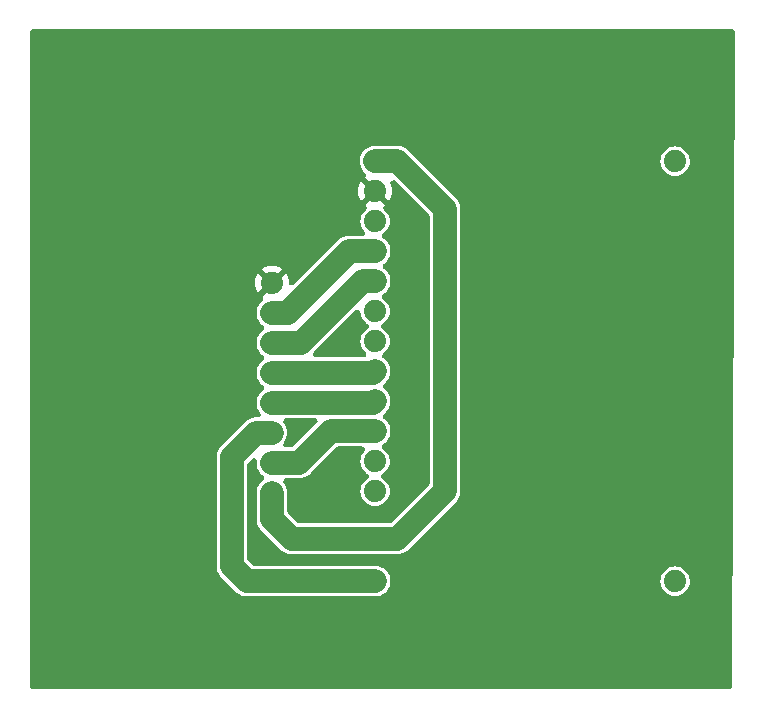
<source format=gbr>
%TF.GenerationSoftware,KiCad,Pcbnew,7.0.1*%
%TF.CreationDate,2024-08-12T22:53:57-03:00*%
%TF.ProjectId,placa_rx,706c6163-615f-4727-982e-6b696361645f,rev?*%
%TF.SameCoordinates,Original*%
%TF.FileFunction,Copper,L1,Top*%
%TF.FilePolarity,Positive*%
%FSLAX46Y46*%
G04 Gerber Fmt 4.6, Leading zero omitted, Abs format (unit mm)*
G04 Created by KiCad (PCBNEW 7.0.1) date 2024-08-12 22:53:57*
%MOMM*%
%LPD*%
G01*
G04 APERTURE LIST*
%TA.AperFunction,ComponentPad*%
%ADD10C,1.879600*%
%TD*%
%TA.AperFunction,Conductor*%
%ADD11C,2.000000*%
%TD*%
G04 APERTURE END LIST*
D10*
%TO.P,LoRaSX1,8,VCC*%
%TO.N,Net-(ESP32-3.3V)*%
X128435260Y-100213290D03*
%TO.P,LoRaSX1,7,MISO*%
%TO.N,Net-(ESP32-MISO)*%
X128435260Y-97673290D03*
%TO.P,LoRaSX1,6,MOSI*%
%TO.N,Net-(ESP32-MOSI)*%
X128435260Y-95133290D03*
%TO.P,LoRaSX1,5,SLK*%
%TO.N,Net-(ESP32-SLCK)*%
X128435260Y-92593290D03*
%TO.P,LoRaSX1,4,NSS*%
%TO.N,Net-(ESP32-NSS)*%
X128435260Y-90053290D03*
%TO.P,LoRaSX1,3,DIO0*%
%TO.N,Net-(LoRaSX1-DIO0)*%
X128435260Y-87513290D03*
%TO.P,LoRaSX1,2,REST*%
%TO.N,Net-(ESP32-DIO0)*%
X128435260Y-84973290D03*
%TO.P,LoRaSX1,1,GND*%
%TO.N,Net-(ESP32-GND)*%
X128435260Y-82433290D03*
%TD*%
%TO.P,ESP32,30*%
%TO.N,unconnected-(ESP32-Pad30)*%
X162560000Y-72136000D03*
%TO.P,ESP32,16*%
%TO.N,unconnected-(ESP32-Pad16)*%
X162560000Y-107696000D03*
%TO.P,ESP32,15,MOSI*%
%TO.N,Net-(ESP32-MOSI)*%
X137160000Y-107696000D03*
%TO.P,ESP32,12*%
%TO.N,unconnected-(ESP32-Pad12)*%
X137160000Y-100076000D03*
%TO.P,ESP32,11*%
%TO.N,unconnected-(ESP32-Pad11)*%
X137160000Y-97536000D03*
%TO.P,ESP32,10,MISO*%
%TO.N,Net-(ESP32-MISO)*%
X137160000Y-94996000D03*
%TO.P,ESP32,9,SLCK*%
%TO.N,Net-(ESP32-SLCK)*%
X137160000Y-92456000D03*
%TO.P,ESP32,8,NSS*%
%TO.N,Net-(ESP32-NSS)*%
X137160000Y-89916000D03*
%TO.P,ESP32,7*%
%TO.N,unconnected-(ESP32-Pad7)*%
X137160000Y-87376000D03*
%TO.P,ESP32,6*%
%TO.N,unconnected-(ESP32-Pad6)*%
X137160000Y-84836000D03*
%TO.P,ESP32,5*%
%TO.N,Net-(LoRaSX1-DIO0)*%
X137160000Y-82296000D03*
%TO.P,ESP32,4,DIO0*%
%TO.N,Net-(ESP32-DIO0)*%
X137160000Y-79756000D03*
%TO.P,ESP32,3*%
%TO.N,unconnected-(ESP32-Pad3)*%
X137160000Y-77216000D03*
%TO.P,ESP32,2,GND*%
%TO.N,Net-(ESP32-GND)*%
X137160000Y-74676000D03*
%TO.P,ESP32,1,3.3V*%
%TO.N,Net-(ESP32-3.3V)*%
X137160000Y-72136000D03*
%TD*%
D11*
%TO.N,Net-(ESP32-NSS)*%
X128435260Y-90053290D02*
X137022710Y-90053290D01*
%TO.N,Net-(ESP32-SLCK)*%
X128435260Y-92593290D02*
X137022710Y-92593290D01*
%TO.N,Net-(ESP32-NSS)*%
X137022710Y-90053290D02*
X137160000Y-89916000D01*
%TO.N,Net-(ESP32-SLCK)*%
X137022710Y-92593290D02*
X137160000Y-92456000D01*
%TO.N,Net-(ESP32-DIO0)*%
X129764337Y-84973290D02*
X134981627Y-79756000D01*
X134981627Y-79756000D02*
X137160000Y-79756000D01*
%TO.N,Net-(LoRaSX1-DIO0)*%
X130926710Y-87513290D02*
X136144000Y-82296000D01*
X136144000Y-82296000D02*
X137160000Y-82296000D01*
X128435260Y-87513290D02*
X130926710Y-87513290D01*
%TO.N,Net-(ESP32-DIO0)*%
X128435260Y-84973290D02*
X129764337Y-84973290D01*
%TO.N,Net-(ESP32-3.3V)*%
X143075650Y-76170362D02*
X139041288Y-72136000D01*
X139041288Y-72136000D02*
X137160000Y-72136000D01*
X128435260Y-102423972D02*
X130121650Y-104110362D01*
X128435260Y-100213290D02*
X128435260Y-102423972D01*
%TO.N,Net-(ESP32-MOSI)*%
X126338212Y-107696000D02*
X137160000Y-107696000D01*
%TO.N,Net-(ESP32-MISO)*%
X133394012Y-94996000D02*
X137160000Y-94996000D01*
X130716722Y-97673290D02*
X133394012Y-94996000D01*
%TO.N,Net-(ESP32-MOSI)*%
X128435260Y-95133290D02*
X127106183Y-95133290D01*
X127106183Y-95133290D02*
X125038574Y-97200899D01*
X125038574Y-97200899D02*
X125038574Y-106396362D01*
X125038574Y-106396362D02*
X126338212Y-107696000D01*
%TO.N,Net-(ESP32-3.3V)*%
X143075650Y-100046362D02*
X143075650Y-76170362D01*
X139011650Y-104110362D02*
X143075650Y-100046362D01*
X130121650Y-104110362D02*
X139011650Y-104110362D01*
%TO.N,Net-(ESP32-MISO)*%
X128435260Y-97673290D02*
X130716722Y-97673290D01*
%TD*%
%TA.AperFunction,Conductor*%
%TO.N,Net-(ESP32-GND)*%
G36*
X167467044Y-60972755D02*
G01*
X167536604Y-61008315D01*
X167591723Y-61063679D01*
X167626973Y-61133397D01*
X167638886Y-61210607D01*
X167392748Y-116591607D01*
X167373477Y-116686554D01*
X167319428Y-116766960D01*
X167238783Y-116820652D01*
X167143750Y-116839500D01*
X108199000Y-116839500D01*
X108103712Y-116820546D01*
X108022930Y-116766570D01*
X107968954Y-116685788D01*
X107950000Y-116590500D01*
X107950000Y-106510142D01*
X123738073Y-106510142D01*
X123746083Y-106555569D01*
X123748918Y-106577101D01*
X123752939Y-106623054D01*
X123764878Y-106667614D01*
X123769577Y-106688812D01*
X123777587Y-106734238D01*
X123793363Y-106777581D01*
X123799894Y-106798295D01*
X123811834Y-106842856D01*
X123831327Y-106884658D01*
X123839639Y-106904726D01*
X123855417Y-106948076D01*
X123878483Y-106988027D01*
X123888510Y-107007288D01*
X123908006Y-107049096D01*
X123934466Y-107086885D01*
X123946132Y-107105198D01*
X123969196Y-107145147D01*
X123998848Y-107180485D01*
X124012070Y-107197716D01*
X124038527Y-107235501D01*
X124199435Y-107396409D01*
X124199438Y-107396411D01*
X125338162Y-108535135D01*
X125338162Y-108535136D01*
X125499074Y-108696049D01*
X125536858Y-108722505D01*
X125554094Y-108735730D01*
X125589426Y-108765377D01*
X125629393Y-108788451D01*
X125647678Y-108800100D01*
X125685478Y-108826568D01*
X125727292Y-108846066D01*
X125746542Y-108856088D01*
X125786492Y-108879154D01*
X125786496Y-108879155D01*
X125786497Y-108879156D01*
X125829851Y-108894935D01*
X125849903Y-108903241D01*
X125891716Y-108922739D01*
X125936284Y-108934680D01*
X125956972Y-108941202D01*
X126000333Y-108956985D01*
X126045781Y-108964998D01*
X126066948Y-108969691D01*
X126111520Y-108981635D01*
X126157476Y-108985655D01*
X126178990Y-108988487D01*
X126224433Y-108996501D01*
X126451991Y-108996501D01*
X126472593Y-108996501D01*
X126472605Y-108996500D01*
X137216790Y-108996500D01*
X137386686Y-108981636D01*
X137386688Y-108981635D01*
X137386692Y-108981635D01*
X137606496Y-108922739D01*
X137812734Y-108826568D01*
X137999139Y-108696047D01*
X138160047Y-108535139D01*
X138290568Y-108348734D01*
X138386739Y-108142496D01*
X138445635Y-107922692D01*
X138465468Y-107696000D01*
X138465468Y-107695999D01*
X161314962Y-107695999D01*
X161333877Y-107912203D01*
X161390046Y-108121826D01*
X161481765Y-108318521D01*
X161606242Y-108496290D01*
X161606246Y-108496295D01*
X161759705Y-108649754D01*
X161759708Y-108649756D01*
X161759709Y-108649757D01*
X161937478Y-108774234D01*
X161992968Y-108800109D01*
X162134172Y-108865953D01*
X162226601Y-108890719D01*
X162343796Y-108922122D01*
X162343797Y-108922122D01*
X162343801Y-108922123D01*
X162560000Y-108941038D01*
X162776199Y-108922123D01*
X162985828Y-108865953D01*
X163182519Y-108774235D01*
X163182519Y-108774234D01*
X163182521Y-108774234D01*
X163294182Y-108696047D01*
X163360295Y-108649754D01*
X163513754Y-108496295D01*
X163638235Y-108318519D01*
X163729953Y-108121828D01*
X163786123Y-107912199D01*
X163805038Y-107696000D01*
X163786123Y-107479801D01*
X163783311Y-107469308D01*
X163729953Y-107270173D01*
X163713785Y-107235501D01*
X163648634Y-107095781D01*
X163638234Y-107073478D01*
X163513757Y-106895709D01*
X163513756Y-106895708D01*
X163513754Y-106895705D01*
X163360295Y-106742246D01*
X163360291Y-106742243D01*
X163360290Y-106742242D01*
X163182521Y-106617765D01*
X162985826Y-106526046D01*
X162776203Y-106469877D01*
X162560000Y-106450962D01*
X162343796Y-106469877D01*
X162134173Y-106526046D01*
X161937478Y-106617765D01*
X161759709Y-106742242D01*
X161606242Y-106895709D01*
X161481765Y-107073478D01*
X161390046Y-107270173D01*
X161333877Y-107479796D01*
X161314962Y-107695999D01*
X138465468Y-107695999D01*
X138445636Y-107469313D01*
X138426102Y-107396411D01*
X138386739Y-107249504D01*
X138290568Y-107043266D01*
X138160047Y-106856861D01*
X137999139Y-106695953D01*
X137812734Y-106565432D01*
X137812730Y-106565430D01*
X137812727Y-106565428D01*
X137606500Y-106469263D01*
X137606496Y-106469261D01*
X137451990Y-106427861D01*
X137386686Y-106410363D01*
X137216790Y-106395500D01*
X137216784Y-106395500D01*
X126980037Y-106395500D01*
X126884749Y-106376546D01*
X126803967Y-106322570D01*
X126412004Y-105930607D01*
X126358028Y-105849825D01*
X126339074Y-105754537D01*
X126339074Y-97842724D01*
X126358028Y-97747436D01*
X126412004Y-97666655D01*
X126715499Y-97363159D01*
X126786337Y-97313558D01*
X126869866Y-97291176D01*
X126956014Y-97298712D01*
X127034389Y-97335258D01*
X127095537Y-97396406D01*
X127132084Y-97474781D01*
X127139622Y-97560928D01*
X127129792Y-97673290D01*
X127149623Y-97899976D01*
X127167121Y-97965280D01*
X127208521Y-98119786D01*
X127208523Y-98119790D01*
X127304688Y-98326017D01*
X127304690Y-98326020D01*
X127304692Y-98326024D01*
X127435213Y-98512429D01*
X127596121Y-98673337D01*
X127596124Y-98673339D01*
X127690356Y-98739321D01*
X127756365Y-98807675D01*
X127791961Y-98895778D01*
X127791961Y-98990802D01*
X127756365Y-99078905D01*
X127690356Y-99147259D01*
X127596124Y-99213240D01*
X127435213Y-99374151D01*
X127304688Y-99560562D01*
X127208523Y-99766789D01*
X127208521Y-99766794D01*
X127183601Y-99859796D01*
X127149623Y-99986603D01*
X127134760Y-100156500D01*
X127134760Y-102289579D01*
X127134759Y-102289591D01*
X127134759Y-102537752D01*
X127142769Y-102583179D01*
X127145604Y-102604711D01*
X127149625Y-102650664D01*
X127161564Y-102695224D01*
X127166263Y-102716422D01*
X127174273Y-102761848D01*
X127190049Y-102805191D01*
X127196580Y-102825905D01*
X127208520Y-102870466D01*
X127228013Y-102912268D01*
X127236325Y-102932336D01*
X127252103Y-102975686D01*
X127275169Y-103015637D01*
X127285196Y-103034898D01*
X127304692Y-103076706D01*
X127331152Y-103114495D01*
X127342818Y-103132808D01*
X127365882Y-103172757D01*
X127395534Y-103208095D01*
X127408756Y-103225326D01*
X127435213Y-103263111D01*
X127596121Y-103424019D01*
X127596124Y-103424021D01*
X129121600Y-104949497D01*
X129121600Y-104949498D01*
X129282512Y-105110411D01*
X129320296Y-105136867D01*
X129337532Y-105150092D01*
X129372864Y-105179739D01*
X129412831Y-105202813D01*
X129431116Y-105214462D01*
X129468916Y-105240930D01*
X129510730Y-105260428D01*
X129529980Y-105270450D01*
X129569930Y-105293516D01*
X129569934Y-105293517D01*
X129569935Y-105293518D01*
X129613289Y-105309297D01*
X129633341Y-105317603D01*
X129675154Y-105337101D01*
X129719722Y-105349042D01*
X129740410Y-105355564D01*
X129783771Y-105371347D01*
X129829219Y-105379360D01*
X129850386Y-105384053D01*
X129894958Y-105395997D01*
X129940914Y-105400017D01*
X129962428Y-105402849D01*
X130007871Y-105410863D01*
X130235429Y-105410863D01*
X130256031Y-105410863D01*
X130256043Y-105410862D01*
X138877257Y-105410862D01*
X138877269Y-105410863D01*
X138897871Y-105410863D01*
X139125426Y-105410863D01*
X139125429Y-105410863D01*
X139170871Y-105402849D01*
X139192386Y-105400017D01*
X139238342Y-105395997D01*
X139282906Y-105384055D01*
X139304088Y-105379359D01*
X139349530Y-105371347D01*
X139392882Y-105355567D01*
X139413583Y-105349041D01*
X139432700Y-105343918D01*
X139458146Y-105337101D01*
X139499946Y-105317607D01*
X139520023Y-105309292D01*
X139563365Y-105293518D01*
X139603333Y-105270441D01*
X139622576Y-105260424D01*
X139664384Y-105240930D01*
X139702179Y-105214464D01*
X139720462Y-105202816D01*
X139760436Y-105179739D01*
X139795779Y-105150081D01*
X139812985Y-105136877D01*
X139850789Y-105110409D01*
X140011697Y-104949501D01*
X140011699Y-104949497D01*
X143914785Y-101046411D01*
X143914789Y-101046409D01*
X144075697Y-100885501D01*
X144102165Y-100847697D01*
X144115369Y-100830491D01*
X144145027Y-100795148D01*
X144168104Y-100755174D01*
X144179752Y-100736891D01*
X144206218Y-100699096D01*
X144225712Y-100657288D01*
X144235729Y-100638045D01*
X144258806Y-100598077D01*
X144274580Y-100554732D01*
X144282897Y-100534656D01*
X144302389Y-100492857D01*
X144314329Y-100448295D01*
X144320855Y-100427594D01*
X144336635Y-100384242D01*
X144344647Y-100338800D01*
X144349343Y-100317618D01*
X144361285Y-100273054D01*
X144365305Y-100227098D01*
X144368137Y-100205583D01*
X144376151Y-100160141D01*
X144376151Y-99932583D01*
X144376151Y-99911981D01*
X144376150Y-99911969D01*
X144376150Y-76304755D01*
X144376151Y-76304743D01*
X144376151Y-76056586D01*
X144376151Y-76056583D01*
X144368137Y-76011140D01*
X144365305Y-75989626D01*
X144361285Y-75943670D01*
X144349344Y-75899110D01*
X144344643Y-75877900D01*
X144340907Y-75856711D01*
X144336635Y-75832482D01*
X144320856Y-75789133D01*
X144314327Y-75768421D01*
X144302389Y-75723866D01*
X144282888Y-75682047D01*
X144274578Y-75661985D01*
X144258805Y-75618646D01*
X144235742Y-75578701D01*
X144225709Y-75559428D01*
X144206218Y-75517628D01*
X144179754Y-75479833D01*
X144168093Y-75461530D01*
X144145026Y-75421576D01*
X144145025Y-75421575D01*
X144145023Y-75421571D01*
X144115385Y-75386251D01*
X144102158Y-75369014D01*
X144075696Y-75331221D01*
X143900229Y-75155754D01*
X143900210Y-75155738D01*
X140880473Y-72136000D01*
X161314962Y-72136000D01*
X161333877Y-72352203D01*
X161390046Y-72561826D01*
X161481765Y-72758521D01*
X161606242Y-72936290D01*
X161606246Y-72936295D01*
X161759705Y-73089754D01*
X161759708Y-73089756D01*
X161759709Y-73089757D01*
X161937478Y-73214234D01*
X162028165Y-73256521D01*
X162134172Y-73305953D01*
X162226601Y-73330719D01*
X162343796Y-73362122D01*
X162343797Y-73362122D01*
X162343801Y-73362123D01*
X162560000Y-73381038D01*
X162776199Y-73362123D01*
X162985828Y-73305953D01*
X163182519Y-73214235D01*
X163182519Y-73214234D01*
X163182521Y-73214234D01*
X163294182Y-73136047D01*
X163360295Y-73089754D01*
X163513754Y-72936295D01*
X163638235Y-72758519D01*
X163729953Y-72561828D01*
X163786123Y-72352199D01*
X163805038Y-72136000D01*
X163786123Y-71919801D01*
X163783311Y-71909308D01*
X163729953Y-71710173D01*
X163638234Y-71513478D01*
X163513757Y-71335709D01*
X163513756Y-71335708D01*
X163513754Y-71335705D01*
X163360295Y-71182246D01*
X163360291Y-71182243D01*
X163360290Y-71182242D01*
X163182521Y-71057765D01*
X162985826Y-70966046D01*
X162776203Y-70909877D01*
X162560000Y-70890962D01*
X162343796Y-70909877D01*
X162134173Y-70966046D01*
X161937478Y-71057765D01*
X161759709Y-71182242D01*
X161606242Y-71335709D01*
X161481765Y-71513478D01*
X161390046Y-71710173D01*
X161333877Y-71919796D01*
X161314962Y-72136000D01*
X140880473Y-72136000D01*
X140041337Y-71296864D01*
X140041335Y-71296861D01*
X139880427Y-71135953D01*
X139842642Y-71109496D01*
X139825411Y-71096274D01*
X139790073Y-71066622D01*
X139750124Y-71043558D01*
X139731811Y-71031892D01*
X139694022Y-71005432D01*
X139652214Y-70985936D01*
X139632953Y-70975909D01*
X139593002Y-70952843D01*
X139549652Y-70937065D01*
X139529584Y-70928753D01*
X139487782Y-70909260D01*
X139443221Y-70897320D01*
X139422507Y-70890789D01*
X139379164Y-70875013D01*
X139333738Y-70867003D01*
X139312540Y-70862304D01*
X139267980Y-70850365D01*
X139222027Y-70846344D01*
X139200499Y-70843509D01*
X139176557Y-70839288D01*
X139155068Y-70835499D01*
X139155067Y-70835499D01*
X138927509Y-70835499D01*
X138906907Y-70835499D01*
X138906895Y-70835500D01*
X137103210Y-70835500D01*
X136933313Y-70850363D01*
X136841320Y-70875013D01*
X136713504Y-70909261D01*
X136713500Y-70909262D01*
X136713499Y-70909263D01*
X136507272Y-71005428D01*
X136507266Y-71005431D01*
X136507266Y-71005432D01*
X136377529Y-71096274D01*
X136320861Y-71135953D01*
X136159953Y-71296861D01*
X136029428Y-71483272D01*
X135933263Y-71689499D01*
X135933261Y-71689504D01*
X135927723Y-71710173D01*
X135874363Y-71909313D01*
X135854531Y-72135999D01*
X135874363Y-72362686D01*
X135874365Y-72362692D01*
X135933261Y-72582496D01*
X135933263Y-72582500D01*
X136029428Y-72788727D01*
X136029430Y-72788730D01*
X136029432Y-72788734D01*
X136159953Y-72975139D01*
X136320861Y-73136047D01*
X136320864Y-73136049D01*
X136328734Y-73143919D01*
X136377260Y-73212482D01*
X136400227Y-73293278D01*
X136395023Y-73377115D01*
X136362238Y-73454450D01*
X136333415Y-73486020D01*
X136332840Y-73495287D01*
X137160000Y-74322448D01*
X137160000Y-74322447D01*
X138339942Y-75502388D01*
X138430605Y-75363619D01*
X138526455Y-75145104D01*
X138585030Y-74913796D01*
X138604734Y-74675999D01*
X138585030Y-74438203D01*
X138526453Y-74206890D01*
X138474608Y-74088694D01*
X138454197Y-74005385D01*
X138463265Y-73920093D01*
X138500737Y-73842939D01*
X138562166Y-73783077D01*
X138640263Y-73747610D01*
X138725760Y-73740748D01*
X138808514Y-73763304D01*
X138878705Y-73812602D01*
X141702220Y-76636116D01*
X141741790Y-76687686D01*
X141766666Y-76747740D01*
X141775150Y-76812186D01*
X141775150Y-99404537D01*
X141756196Y-99499825D01*
X141702220Y-99580607D01*
X138545895Y-102736932D01*
X138465113Y-102790908D01*
X138369825Y-102809862D01*
X130763475Y-102809862D01*
X130668187Y-102790908D01*
X130587405Y-102736932D01*
X129808690Y-101958217D01*
X129754714Y-101877435D01*
X129735760Y-101782147D01*
X129735760Y-100156500D01*
X129720896Y-99986603D01*
X129720895Y-99986598D01*
X129661999Y-99766794D01*
X129565828Y-99560556D01*
X129435307Y-99374151D01*
X129429326Y-99365609D01*
X129391868Y-99283730D01*
X129385980Y-99193882D01*
X129412431Y-99107814D01*
X129467762Y-99036780D01*
X129544739Y-98990070D01*
X129633296Y-98973790D01*
X130582329Y-98973790D01*
X130582341Y-98973791D01*
X130602943Y-98973791D01*
X130830498Y-98973791D01*
X130830501Y-98973791D01*
X130875943Y-98965777D01*
X130897458Y-98962945D01*
X130943414Y-98958925D01*
X130987978Y-98946983D01*
X131009160Y-98942287D01*
X131054602Y-98934275D01*
X131097954Y-98918495D01*
X131118655Y-98911969D01*
X131140757Y-98906047D01*
X131163218Y-98900029D01*
X131205018Y-98880535D01*
X131225095Y-98872220D01*
X131268437Y-98856446D01*
X131308405Y-98833369D01*
X131327648Y-98823352D01*
X131369456Y-98803858D01*
X131407251Y-98777392D01*
X131425534Y-98765744D01*
X131465508Y-98742667D01*
X131500851Y-98713009D01*
X131518057Y-98699805D01*
X131555861Y-98673337D01*
X131716769Y-98512429D01*
X131716771Y-98512425D01*
X133859766Y-96369430D01*
X133940549Y-96315454D01*
X134035837Y-96296500D01*
X136044312Y-96296500D01*
X136139600Y-96315454D01*
X136220382Y-96369430D01*
X136274358Y-96450212D01*
X136293312Y-96545500D01*
X136274358Y-96640788D01*
X136220384Y-96721566D01*
X136206246Y-96735705D01*
X136206242Y-96735709D01*
X136081765Y-96913478D01*
X135990046Y-97110173D01*
X135933877Y-97319796D01*
X135914962Y-97535999D01*
X135933877Y-97752203D01*
X135990046Y-97961826D01*
X136081765Y-98158521D01*
X136199049Y-98326017D01*
X136206246Y-98336295D01*
X136359705Y-98489754D01*
X136392087Y-98512428D01*
X136520053Y-98602032D01*
X136586060Y-98670386D01*
X136621656Y-98758489D01*
X136621656Y-98853511D01*
X136586060Y-98941614D01*
X136520053Y-99009968D01*
X136359707Y-99122244D01*
X136206242Y-99275709D01*
X136081765Y-99453478D01*
X135990046Y-99650173D01*
X135933877Y-99859796D01*
X135914962Y-100076000D01*
X135933877Y-100292203D01*
X135990046Y-100501826D01*
X136081765Y-100698521D01*
X136206242Y-100876290D01*
X136206246Y-100876295D01*
X136359705Y-101029754D01*
X136359708Y-101029756D01*
X136359709Y-101029757D01*
X136537478Y-101154234D01*
X136628165Y-101196521D01*
X136734172Y-101245953D01*
X136826601Y-101270719D01*
X136943796Y-101302122D01*
X136943797Y-101302122D01*
X136943801Y-101302123D01*
X137160000Y-101321038D01*
X137376199Y-101302123D01*
X137585828Y-101245953D01*
X137782519Y-101154235D01*
X137782519Y-101154234D01*
X137782521Y-101154234D01*
X137861482Y-101098943D01*
X137960295Y-101029754D01*
X138113754Y-100876295D01*
X138238235Y-100698519D01*
X138329953Y-100501828D01*
X138386123Y-100292199D01*
X138405038Y-100076000D01*
X138386123Y-99859801D01*
X138361200Y-99766789D01*
X138329953Y-99650173D01*
X138238234Y-99453478D01*
X138113757Y-99275709D01*
X138113756Y-99275708D01*
X138113754Y-99275705D01*
X137960295Y-99122246D01*
X137799947Y-99009968D01*
X137799946Y-99009967D01*
X137733938Y-98941613D01*
X137698343Y-98853509D01*
X137698343Y-98758487D01*
X137733939Y-98670384D01*
X137799945Y-98602033D01*
X137960295Y-98489754D01*
X138113754Y-98336295D01*
X138238235Y-98158519D01*
X138329953Y-97961828D01*
X138386123Y-97752199D01*
X138405038Y-97536000D01*
X138386123Y-97319801D01*
X138384750Y-97314678D01*
X138329953Y-97110173D01*
X138319203Y-97087120D01*
X138266551Y-96974205D01*
X138238234Y-96913478D01*
X138113757Y-96735709D01*
X138113756Y-96735708D01*
X138113754Y-96735705D01*
X137960295Y-96582246D01*
X137960291Y-96582243D01*
X137960290Y-96582242D01*
X137852424Y-96506713D01*
X137786415Y-96438359D01*
X137750820Y-96350255D01*
X137750820Y-96255232D01*
X137786417Y-96167129D01*
X137852424Y-96098776D01*
X137999139Y-95996047D01*
X138160047Y-95835139D01*
X138290568Y-95648734D01*
X138386739Y-95442496D01*
X138445635Y-95222692D01*
X138465468Y-94996000D01*
X138457647Y-94906603D01*
X138445636Y-94769313D01*
X138445635Y-94769308D01*
X138386739Y-94549504D01*
X138290568Y-94343266D01*
X138160047Y-94156861D01*
X137999139Y-93995953D01*
X137924665Y-93943806D01*
X137863518Y-93882659D01*
X137826971Y-93804284D01*
X137819434Y-93718136D01*
X137841816Y-93634606D01*
X137891414Y-93563771D01*
X138022757Y-93432429D01*
X138022758Y-93432427D01*
X138051318Y-93403867D01*
X138051327Y-93403856D01*
X138119744Y-93335440D01*
X138194775Y-93246022D01*
X138229375Y-93204788D01*
X138324637Y-93039790D01*
X138343156Y-93007715D01*
X138420985Y-92793880D01*
X138460501Y-92569779D01*
X138460501Y-92342221D01*
X138420985Y-92118121D01*
X138343156Y-91904285D01*
X138229376Y-91707214D01*
X138229375Y-91707212D01*
X138083107Y-91532897D01*
X137910202Y-91387812D01*
X137856822Y-91325311D01*
X137826698Y-91248836D01*
X137823113Y-91166721D01*
X137846458Y-91087912D01*
X137894185Y-91021000D01*
X138022757Y-90892429D01*
X138022758Y-90892427D01*
X138051318Y-90863867D01*
X138051327Y-90863856D01*
X138119744Y-90795440D01*
X138194779Y-90706017D01*
X138229375Y-90664788D01*
X138324637Y-90499790D01*
X138343156Y-90467715D01*
X138420985Y-90253880D01*
X138460501Y-90029779D01*
X138460501Y-89802221D01*
X138420985Y-89578121D01*
X138343156Y-89364285D01*
X138229376Y-89167214D01*
X138229375Y-89167212D01*
X138133740Y-89053240D01*
X138083105Y-88992895D01*
X137908786Y-88846624D01*
X137870926Y-88824765D01*
X137807030Y-88771937D01*
X137764020Y-88701057D01*
X137746665Y-88619986D01*
X137756889Y-88537711D01*
X137793558Y-88463354D01*
X137852605Y-88405159D01*
X137960295Y-88329754D01*
X138113754Y-88176295D01*
X138238235Y-87998519D01*
X138329953Y-87801828D01*
X138386123Y-87592199D01*
X138405038Y-87376000D01*
X138386123Y-87159801D01*
X138361200Y-87066789D01*
X138329953Y-86950173D01*
X138238234Y-86753478D01*
X138113757Y-86575709D01*
X138113756Y-86575708D01*
X138113754Y-86575705D01*
X137960295Y-86422246D01*
X137960291Y-86422243D01*
X137960290Y-86422242D01*
X137799947Y-86309968D01*
X137733939Y-86241615D01*
X137698343Y-86153511D01*
X137698343Y-86058489D01*
X137733939Y-85970385D01*
X137799947Y-85902032D01*
X137860700Y-85859491D01*
X137960295Y-85789754D01*
X138113754Y-85636295D01*
X138238235Y-85458519D01*
X138329953Y-85261828D01*
X138386123Y-85052199D01*
X138405038Y-84836000D01*
X138386123Y-84619801D01*
X138361200Y-84526789D01*
X138329953Y-84410173D01*
X138238234Y-84213478D01*
X138113757Y-84035709D01*
X138113756Y-84035708D01*
X138113754Y-84035705D01*
X137960295Y-83882246D01*
X137960291Y-83882243D01*
X137960290Y-83882242D01*
X137852424Y-83806713D01*
X137786415Y-83738359D01*
X137750820Y-83650255D01*
X137750820Y-83555232D01*
X137786417Y-83467129D01*
X137852424Y-83398776D01*
X137999139Y-83296047D01*
X138160047Y-83135139D01*
X138290568Y-82948734D01*
X138386739Y-82742496D01*
X138445635Y-82522692D01*
X138465468Y-82296000D01*
X138456675Y-82195493D01*
X138445636Y-82069313D01*
X138445635Y-82069308D01*
X138386739Y-81849504D01*
X138290568Y-81643266D01*
X138160047Y-81456861D01*
X137999139Y-81295953D01*
X137904902Y-81229968D01*
X137838894Y-81161616D01*
X137803298Y-81073512D01*
X137803298Y-80978488D01*
X137838894Y-80890384D01*
X137904902Y-80822031D01*
X137999139Y-80756047D01*
X138160047Y-80595139D01*
X138290568Y-80408734D01*
X138386739Y-80202496D01*
X138445635Y-79982692D01*
X138465468Y-79756000D01*
X138465467Y-79755999D01*
X138445636Y-79529313D01*
X138445635Y-79529308D01*
X138386739Y-79309504D01*
X138290568Y-79103266D01*
X138160047Y-78916861D01*
X137999139Y-78755953D01*
X137961343Y-78729488D01*
X137852425Y-78653223D01*
X137786416Y-78584869D01*
X137750820Y-78496766D01*
X137750820Y-78401743D01*
X137786416Y-78313639D01*
X137852422Y-78245287D01*
X137960295Y-78169754D01*
X138113754Y-78016295D01*
X138238235Y-77838519D01*
X138329953Y-77641828D01*
X138386123Y-77432199D01*
X138405038Y-77216000D01*
X138386123Y-76999801D01*
X138329953Y-76790172D01*
X138238235Y-76593481D01*
X138238234Y-76593478D01*
X138113757Y-76415709D01*
X138113756Y-76415708D01*
X138113754Y-76415705D01*
X137960295Y-76262246D01*
X137960291Y-76262243D01*
X137944891Y-76246843D01*
X137947654Y-76244079D01*
X137911690Y-76207201D01*
X137875735Y-76121928D01*
X137873404Y-76029414D01*
X137905019Y-75942438D01*
X137966213Y-75873015D01*
X137987158Y-75856712D01*
X137159999Y-75029553D01*
X136332839Y-75856711D01*
X136332840Y-75856712D01*
X136353786Y-75873016D01*
X136414976Y-75942433D01*
X136446591Y-76029400D01*
X136444267Y-76121907D01*
X136408324Y-76207177D01*
X136372345Y-76244079D01*
X136375109Y-76246843D01*
X136359708Y-76262243D01*
X136359705Y-76262246D01*
X136206246Y-76415705D01*
X136206242Y-76415709D01*
X136081765Y-76593478D01*
X135990046Y-76790173D01*
X135933877Y-76999796D01*
X135914962Y-77216000D01*
X135933877Y-77432203D01*
X135990046Y-77641826D01*
X136081765Y-77838521D01*
X136206242Y-78016290D01*
X136206246Y-78016295D01*
X136220384Y-78030433D01*
X136274358Y-78111212D01*
X136293312Y-78206500D01*
X136274358Y-78301788D01*
X136220382Y-78382570D01*
X136139600Y-78436546D01*
X136044312Y-78455500D01*
X135116020Y-78455500D01*
X135116008Y-78455499D01*
X135095406Y-78455499D01*
X134867848Y-78455499D01*
X134867847Y-78455499D01*
X134822403Y-78463511D01*
X134800878Y-78466344D01*
X134786873Y-78467570D01*
X134754933Y-78470365D01*
X134710377Y-78482303D01*
X134689182Y-78487002D01*
X134643750Y-78495014D01*
X134600402Y-78510791D01*
X134579690Y-78517321D01*
X134535128Y-78529261D01*
X134493314Y-78548759D01*
X134473253Y-78557069D01*
X134429909Y-78572845D01*
X134389959Y-78595910D01*
X134370699Y-78605936D01*
X134328893Y-78625431D01*
X134291101Y-78651893D01*
X134272787Y-78663560D01*
X134232841Y-78686623D01*
X134197511Y-78716268D01*
X134180283Y-78729488D01*
X134142489Y-78755951D01*
X133981577Y-78916864D01*
X130304629Y-82593811D01*
X130227008Y-82646452D01*
X130135419Y-82666646D01*
X130042858Y-82651528D01*
X129962455Y-82603242D01*
X129905618Y-82528638D01*
X129880409Y-82438302D01*
X129860290Y-82195493D01*
X129801715Y-81964185D01*
X129705864Y-81745668D01*
X129615202Y-81606900D01*
X128435260Y-82786843D01*
X127608099Y-83614001D01*
X127608675Y-83623265D01*
X127637500Y-83654840D01*
X127670284Y-83732175D01*
X127675488Y-83816011D01*
X127652521Y-83896806D01*
X127603995Y-83965368D01*
X127435216Y-84134147D01*
X127435213Y-84134150D01*
X127435213Y-84134151D01*
X127417180Y-84159906D01*
X127304688Y-84320562D01*
X127208523Y-84526789D01*
X127208521Y-84526794D01*
X127183601Y-84619796D01*
X127149623Y-84746603D01*
X127129791Y-84973290D01*
X127149623Y-85199976D01*
X127167121Y-85265280D01*
X127208521Y-85419786D01*
X127208523Y-85419790D01*
X127304688Y-85626017D01*
X127304690Y-85626020D01*
X127304692Y-85626024D01*
X127435213Y-85812429D01*
X127596121Y-85973337D01*
X127596124Y-85973339D01*
X127690356Y-86039321D01*
X127756365Y-86107675D01*
X127791961Y-86195778D01*
X127791961Y-86290802D01*
X127756365Y-86378905D01*
X127690356Y-86447259D01*
X127596124Y-86513240D01*
X127435213Y-86674151D01*
X127304688Y-86860562D01*
X127208523Y-87066789D01*
X127208521Y-87066794D01*
X127183601Y-87159796D01*
X127149623Y-87286603D01*
X127129791Y-87513290D01*
X127149623Y-87739976D01*
X127167121Y-87805280D01*
X127208521Y-87959786D01*
X127208523Y-87959790D01*
X127304688Y-88166017D01*
X127304690Y-88166020D01*
X127304692Y-88166024D01*
X127435213Y-88352429D01*
X127596121Y-88513337D01*
X127596124Y-88513339D01*
X127690356Y-88579321D01*
X127756365Y-88647675D01*
X127791961Y-88735778D01*
X127791961Y-88830802D01*
X127756365Y-88918905D01*
X127690356Y-88987259D01*
X127596124Y-89053240D01*
X127435213Y-89214151D01*
X127304688Y-89400562D01*
X127208523Y-89606789D01*
X127208521Y-89606794D01*
X127179072Y-89716696D01*
X127149623Y-89826603D01*
X127129791Y-90053289D01*
X127149623Y-90279976D01*
X127149625Y-90279982D01*
X127208521Y-90499786D01*
X127208523Y-90499790D01*
X127304688Y-90706017D01*
X127304690Y-90706020D01*
X127304692Y-90706024D01*
X127435213Y-90892429D01*
X127596121Y-91053337D01*
X127596124Y-91053339D01*
X127690356Y-91119321D01*
X127756365Y-91187675D01*
X127791961Y-91275778D01*
X127791961Y-91370802D01*
X127756365Y-91458905D01*
X127690356Y-91527259D01*
X127596124Y-91593240D01*
X127435213Y-91754151D01*
X127304688Y-91940562D01*
X127208523Y-92146789D01*
X127208521Y-92146794D01*
X127179073Y-92256695D01*
X127149623Y-92366603D01*
X127129791Y-92593289D01*
X127149623Y-92819976D01*
X127149625Y-92819982D01*
X127208521Y-93039786D01*
X127208523Y-93039790D01*
X127304690Y-93246022D01*
X127441193Y-93440969D01*
X127478652Y-93522849D01*
X127484540Y-93612697D01*
X127458089Y-93698765D01*
X127402758Y-93769798D01*
X127325781Y-93816509D01*
X127237224Y-93832789D01*
X126992403Y-93832789D01*
X126946959Y-93840801D01*
X126925434Y-93843634D01*
X126911429Y-93844860D01*
X126879489Y-93847655D01*
X126834926Y-93859595D01*
X126813729Y-93864294D01*
X126768306Y-93872304D01*
X126724954Y-93888082D01*
X126704250Y-93894609D01*
X126672404Y-93903143D01*
X126659683Y-93906552D01*
X126617874Y-93926047D01*
X126597817Y-93934355D01*
X126554467Y-93950133D01*
X126514506Y-93973205D01*
X126495251Y-93983228D01*
X126472778Y-93993708D01*
X126453446Y-94002723D01*
X126415661Y-94029180D01*
X126397347Y-94040847D01*
X126357394Y-94063914D01*
X126322054Y-94093567D01*
X126304828Y-94106786D01*
X126267042Y-94133244D01*
X126106135Y-94294151D01*
X126106136Y-94294151D01*
X126106133Y-94294154D01*
X124199438Y-96200849D01*
X124199435Y-96200852D01*
X124199435Y-96200851D01*
X124038528Y-96361758D01*
X124012070Y-96399544D01*
X123998851Y-96416770D01*
X123969198Y-96452110D01*
X123946131Y-96492063D01*
X123934464Y-96510377D01*
X123908007Y-96548162D01*
X123908006Y-96548165D01*
X123892114Y-96582246D01*
X123888517Y-96589959D01*
X123878489Y-96609222D01*
X123855419Y-96649181D01*
X123839643Y-96692525D01*
X123831333Y-96712586D01*
X123811835Y-96754400D01*
X123799895Y-96798962D01*
X123793365Y-96819674D01*
X123777588Y-96863022D01*
X123769576Y-96908454D01*
X123764877Y-96929649D01*
X123752939Y-96974205D01*
X123748919Y-97020149D01*
X123746085Y-97041675D01*
X123738073Y-97087119D01*
X123738073Y-97335280D01*
X123738074Y-97335292D01*
X123738074Y-106261969D01*
X123738073Y-106261981D01*
X123738073Y-106510142D01*
X107950000Y-106510142D01*
X107950000Y-82433289D01*
X126990525Y-82433289D01*
X127010229Y-82671086D01*
X127068805Y-82902397D01*
X127164652Y-83120907D01*
X127255316Y-83259678D01*
X127255317Y-83259679D01*
X128081706Y-82433290D01*
X127255316Y-81606900D01*
X127164651Y-81745674D01*
X127068805Y-81964182D01*
X127010229Y-82195493D01*
X126990525Y-82433289D01*
X107950000Y-82433289D01*
X107950000Y-81252576D01*
X127608100Y-81252576D01*
X128435260Y-82079736D01*
X129262418Y-81252577D01*
X129262418Y-81252576D01*
X129225456Y-81223807D01*
X129015605Y-81110241D01*
X128789918Y-81032763D01*
X128554565Y-80993490D01*
X128315955Y-80993490D01*
X128080601Y-81032763D01*
X127854914Y-81110241D01*
X127645060Y-81223808D01*
X127608100Y-81252575D01*
X127608100Y-81252576D01*
X107950000Y-81252576D01*
X107950000Y-74675999D01*
X135715265Y-74675999D01*
X135734969Y-74913796D01*
X135793545Y-75145107D01*
X135889392Y-75363617D01*
X135980056Y-75502388D01*
X135980057Y-75502389D01*
X136806446Y-74676000D01*
X135980056Y-73849610D01*
X135889391Y-73988384D01*
X135793545Y-74206892D01*
X135734969Y-74438203D01*
X135715265Y-74675999D01*
X107950000Y-74675999D01*
X107950000Y-61209500D01*
X107968954Y-61114212D01*
X108022930Y-61033430D01*
X108103712Y-60979454D01*
X108199000Y-60960500D01*
X167389888Y-60960500D01*
X167467044Y-60972755D01*
G37*
%TD.AperFunction*%
%TD*%
%TA.AperFunction,NonConductor*%
G36*
X135760657Y-84721845D02*
G01*
X135841028Y-84769819D01*
X135898008Y-84844078D01*
X135923546Y-84934127D01*
X135933876Y-85052197D01*
X135990046Y-85261826D01*
X136081765Y-85458521D01*
X136199049Y-85626017D01*
X136206246Y-85636295D01*
X136359705Y-85789754D01*
X136392087Y-85812428D01*
X136520053Y-85902032D01*
X136586060Y-85970386D01*
X136621656Y-86058489D01*
X136621656Y-86153511D01*
X136586060Y-86241614D01*
X136520053Y-86309968D01*
X136359707Y-86422244D01*
X136206242Y-86575709D01*
X136081765Y-86753478D01*
X135990046Y-86950173D01*
X135933877Y-87159796D01*
X135914962Y-87376000D01*
X135933877Y-87592203D01*
X135990046Y-87801826D01*
X136081765Y-87998521D01*
X136199049Y-88166017D01*
X136206246Y-88176295D01*
X136357674Y-88327723D01*
X136411648Y-88408502D01*
X136430602Y-88503790D01*
X136411648Y-88599078D01*
X136357672Y-88679860D01*
X136276890Y-88733836D01*
X136181602Y-88752790D01*
X132127535Y-88752790D01*
X132032247Y-88733836D01*
X131951465Y-88679860D01*
X131897489Y-88599078D01*
X131878535Y-88503790D01*
X131897489Y-88408502D01*
X131951465Y-88327720D01*
X131955324Y-88323860D01*
X131955324Y-88323859D01*
X135499427Y-84779756D01*
X135576870Y-84727193D01*
X135668252Y-84706934D01*
X135760657Y-84721845D01*
G37*
%TD.AperFunction*%
%TA.AperFunction,NonConductor*%
G36*
X132151184Y-93912744D02*
G01*
X132231966Y-93966720D01*
X132285942Y-94047502D01*
X132304896Y-94142790D01*
X132285942Y-94238078D01*
X132231966Y-94318860D01*
X130250967Y-96299860D01*
X130199397Y-96339430D01*
X130139343Y-96364306D01*
X130074897Y-96372790D01*
X129633296Y-96372790D01*
X129544739Y-96356510D01*
X129467762Y-96309800D01*
X129412431Y-96238766D01*
X129385980Y-96152698D01*
X129391868Y-96062850D01*
X129429326Y-95980971D01*
X129437749Y-95968940D01*
X129565828Y-95786024D01*
X129661999Y-95579786D01*
X129720895Y-95359982D01*
X129740728Y-95133290D01*
X129728717Y-94995999D01*
X129720896Y-94906603D01*
X129720895Y-94906598D01*
X129661999Y-94686794D01*
X129565828Y-94480556D01*
X129435307Y-94294151D01*
X129429326Y-94285609D01*
X129391868Y-94203730D01*
X129385980Y-94113882D01*
X129412431Y-94027814D01*
X129467762Y-93956780D01*
X129544739Y-93910070D01*
X129633296Y-93893790D01*
X132055896Y-93893790D01*
X132151184Y-93912744D01*
G37*
%TD.AperFunction*%
M02*

</source>
